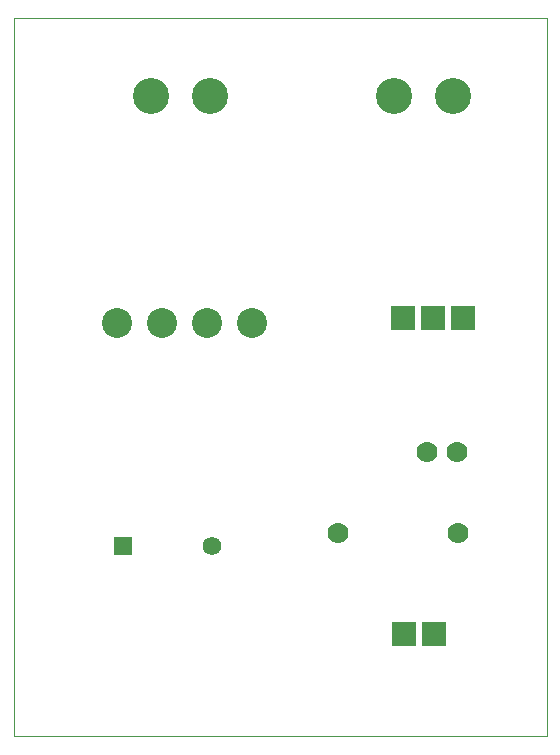
<source format=gbr>
G04 PROTEUS GERBER X2 FILE*
%TF.GenerationSoftware,Labcenter,Proteus,8.17-SP2-Build37159*%
%TF.CreationDate,2024-06-19T10:01:46+00:00*%
%TF.FileFunction,Copper,L1,Top*%
%TF.FilePolarity,Positive*%
%TF.Part,Single*%
%TF.SameCoordinates,{53f4b883-0e9e-4027-bc31-63d81b4ca661}*%
%FSLAX45Y45*%
%MOMM*%
G01*
%TA.AperFunction,ComponentPad*%
%ADD10C,3.048000*%
%TA.AperFunction,ComponentPad*%
%ADD11C,2.540000*%
%TA.AperFunction,WasherPad*%
%ADD12R,1.580000X1.580000*%
%TA.AperFunction,ComponentPad*%
%ADD13C,1.580000*%
%TA.AperFunction,ComponentPad*%
%ADD14R,2.032000X2.032000*%
%TA.AperFunction,ComponentPad*%
%ADD15C,1.778000*%
%TA.AperFunction,Profile*%
%ADD16C,0.101600*%
%TD.AperFunction*%
D10*
X-6370000Y+2970000D03*
X-6870380Y+2970000D03*
D11*
X-7160000Y+1050000D03*
X-6017000Y+1050000D03*
X-6779000Y+1050000D03*
X-6398000Y+1050000D03*
D12*
X-7105000Y-840000D03*
D13*
X-6355000Y-840000D03*
D10*
X-4310000Y+2970000D03*
X-4810380Y+2970000D03*
D14*
X-4734000Y+1090000D03*
X-4480000Y+1090000D03*
X-4226000Y+1090000D03*
D15*
X-4280000Y-40000D03*
X-4534000Y-40000D03*
X-5286000Y-730000D03*
X-4270000Y-730000D03*
D14*
X-4470000Y-1580000D03*
X-4724000Y-1580000D03*
D16*
X-8030000Y-2450000D02*
X-3520000Y-2450000D01*
X-3520000Y+3630000D01*
X-8030000Y+3630000D01*
X-8030000Y-2450000D01*
M02*

</source>
